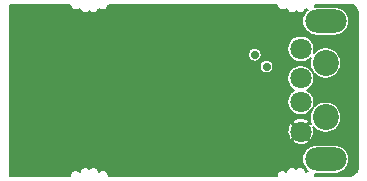
<source format=gbr>
%TF.GenerationSoftware,KiCad,Pcbnew,5.1.9+dfsg1-1*%
%TF.CreationDate,2021-07-11T15:28:01+08:00*%
%TF.ProjectId,stlink,73746c69-6e6b-42e6-9b69-6361645f7063,a*%
%TF.SameCoordinates,Original*%
%TF.FileFunction,Copper,L3,Inr*%
%TF.FilePolarity,Positive*%
%FSLAX46Y46*%
G04 Gerber Fmt 4.6, Leading zero omitted, Abs format (unit mm)*
G04 Created by KiCad (PCBNEW 5.1.9+dfsg1-1) date 2021-07-11 15:28:01*
%MOMM*%
%LPD*%
G01*
G04 APERTURE LIST*
%TA.AperFunction,ComponentPad*%
%ADD10C,1.800000*%
%TD*%
%TA.AperFunction,ComponentPad*%
%ADD11C,2.200000*%
%TD*%
%TA.AperFunction,ComponentPad*%
%ADD12O,3.500000X2.000000*%
%TD*%
%TA.AperFunction,ViaPad*%
%ADD13C,0.700000*%
%TD*%
%TA.AperFunction,Conductor*%
%ADD14C,0.152400*%
%TD*%
%TA.AperFunction,Conductor*%
%ADD15C,0.100000*%
%TD*%
G04 APERTURE END LIST*
D10*
%TO.N,VBUS*%
%TO.C,J1*%
X134900000Y-86500000D03*
%TO.N,D-*%
X134900000Y-89000000D03*
%TO.N,D+*%
X134900000Y-91000000D03*
%TO.N,GND*%
X134900000Y-93500000D03*
D11*
%TO.N,Net-(J1-Pad5)*%
X137000000Y-87700000D03*
X137000000Y-92300000D03*
D12*
X137000000Y-84150000D03*
X137000000Y-95850000D03*
%TD*%
D13*
%TO.N,GND*%
X115750000Y-87500000D03*
X132000000Y-86000000D03*
%TO.N,+3V3*%
X131000000Y-87000000D03*
X132000000Y-88000000D03*
%TD*%
D14*
%TO.N,GND*%
X115371400Y-82797138D02*
X115389792Y-82889603D01*
X115425870Y-82976702D01*
X115478247Y-83055090D01*
X115544910Y-83121753D01*
X115623298Y-83174130D01*
X115710397Y-83210208D01*
X115802862Y-83228600D01*
X115897138Y-83228600D01*
X115989603Y-83210208D01*
X116076702Y-83174130D01*
X116155090Y-83121753D01*
X116181073Y-83095770D01*
X116189792Y-83139603D01*
X116225870Y-83226702D01*
X116278247Y-83305090D01*
X116344910Y-83371753D01*
X116423298Y-83424130D01*
X116510397Y-83460208D01*
X116602862Y-83478600D01*
X116697138Y-83478600D01*
X116789603Y-83460208D01*
X116876702Y-83424130D01*
X116955090Y-83371753D01*
X117000000Y-83326843D01*
X117044910Y-83371753D01*
X117123298Y-83424130D01*
X117210397Y-83460208D01*
X117302862Y-83478600D01*
X117397138Y-83478600D01*
X117489603Y-83460208D01*
X117576702Y-83424130D01*
X117655090Y-83371753D01*
X117721753Y-83305090D01*
X117774130Y-83226702D01*
X117810208Y-83139603D01*
X117818927Y-83095770D01*
X117844910Y-83121753D01*
X117923298Y-83174130D01*
X118010397Y-83210208D01*
X118102862Y-83228600D01*
X118197138Y-83228600D01*
X118289603Y-83210208D01*
X118376702Y-83174130D01*
X118455090Y-83121753D01*
X118521753Y-83055090D01*
X118574130Y-82976702D01*
X118610208Y-82889603D01*
X118628600Y-82797138D01*
X118628600Y-82753600D01*
X132871400Y-82753600D01*
X132871400Y-82797138D01*
X132889792Y-82889603D01*
X132925870Y-82976702D01*
X132978247Y-83055090D01*
X133044910Y-83121753D01*
X133123298Y-83174130D01*
X133210397Y-83210208D01*
X133302862Y-83228600D01*
X133397138Y-83228600D01*
X133489603Y-83210208D01*
X133576702Y-83174130D01*
X133655090Y-83121753D01*
X133681073Y-83095770D01*
X133689792Y-83139603D01*
X133725870Y-83226702D01*
X133778247Y-83305090D01*
X133844910Y-83371753D01*
X133923298Y-83424130D01*
X134010397Y-83460208D01*
X134102862Y-83478600D01*
X134197138Y-83478600D01*
X134289603Y-83460208D01*
X134376702Y-83424130D01*
X134455090Y-83371753D01*
X134500000Y-83326843D01*
X134544910Y-83371753D01*
X134623298Y-83424130D01*
X134710397Y-83460208D01*
X134802862Y-83478600D01*
X134897138Y-83478600D01*
X134989603Y-83460208D01*
X135076702Y-83424130D01*
X135155090Y-83371753D01*
X135221753Y-83305090D01*
X135274130Y-83226702D01*
X135310208Y-83139603D01*
X135318927Y-83095770D01*
X135344910Y-83121753D01*
X135423298Y-83174130D01*
X135475899Y-83195918D01*
X135377046Y-83277046D01*
X135223514Y-83464124D01*
X135109430Y-83677560D01*
X135039177Y-83909152D01*
X135015456Y-84150000D01*
X135039177Y-84390848D01*
X135109430Y-84622440D01*
X135223514Y-84835876D01*
X135377046Y-85022954D01*
X135564124Y-85176486D01*
X135777560Y-85290570D01*
X136009152Y-85360823D01*
X136189648Y-85378600D01*
X137810352Y-85378600D01*
X137990848Y-85360823D01*
X138222440Y-85290570D01*
X138435876Y-85176486D01*
X138622954Y-85022954D01*
X138776486Y-84835876D01*
X138890570Y-84622440D01*
X138960823Y-84390848D01*
X138984544Y-84150000D01*
X138960823Y-83909152D01*
X138890570Y-83677560D01*
X138776486Y-83464124D01*
X138622954Y-83277046D01*
X138435876Y-83123514D01*
X138222440Y-83009430D01*
X137990848Y-82939177D01*
X137810352Y-82921400D01*
X136189648Y-82921400D01*
X136093098Y-82930909D01*
X136110208Y-82889603D01*
X136128600Y-82797138D01*
X136128600Y-82753600D01*
X138987593Y-82753600D01*
X139144744Y-82769009D01*
X139283964Y-82811042D01*
X139412378Y-82879320D01*
X139525083Y-82971240D01*
X139617786Y-83083299D01*
X139686957Y-83211228D01*
X139729963Y-83350160D01*
X139746400Y-83506541D01*
X139746401Y-96487583D01*
X139730991Y-96644742D01*
X139688957Y-96783968D01*
X139620679Y-96912379D01*
X139528760Y-97025083D01*
X139416701Y-97117786D01*
X139288772Y-97186957D01*
X139149840Y-97229963D01*
X138993459Y-97246400D01*
X136128600Y-97246400D01*
X136128600Y-97202862D01*
X136110208Y-97110397D01*
X136093098Y-97069091D01*
X136189648Y-97078600D01*
X137810352Y-97078600D01*
X137990848Y-97060823D01*
X138222440Y-96990570D01*
X138435876Y-96876486D01*
X138622954Y-96722954D01*
X138776486Y-96535876D01*
X138890570Y-96322440D01*
X138960823Y-96090848D01*
X138984544Y-95850000D01*
X138960823Y-95609152D01*
X138890570Y-95377560D01*
X138776486Y-95164124D01*
X138622954Y-94977046D01*
X138435876Y-94823514D01*
X138222440Y-94709430D01*
X137990848Y-94639177D01*
X137810352Y-94621400D01*
X136189648Y-94621400D01*
X136009152Y-94639177D01*
X135777560Y-94709430D01*
X135564124Y-94823514D01*
X135377046Y-94977046D01*
X135223514Y-95164124D01*
X135109430Y-95377560D01*
X135039177Y-95609152D01*
X135015456Y-95850000D01*
X135039177Y-96090848D01*
X135109430Y-96322440D01*
X135223514Y-96535876D01*
X135377046Y-96722954D01*
X135475899Y-96804082D01*
X135423298Y-96825870D01*
X135344910Y-96878247D01*
X135318927Y-96904230D01*
X135310208Y-96860397D01*
X135274130Y-96773298D01*
X135221753Y-96694910D01*
X135155090Y-96628247D01*
X135076702Y-96575870D01*
X134989603Y-96539792D01*
X134897138Y-96521400D01*
X134802862Y-96521400D01*
X134710397Y-96539792D01*
X134623298Y-96575870D01*
X134544910Y-96628247D01*
X134500000Y-96673157D01*
X134455090Y-96628247D01*
X134376702Y-96575870D01*
X134289603Y-96539792D01*
X134197138Y-96521400D01*
X134102862Y-96521400D01*
X134010397Y-96539792D01*
X133923298Y-96575870D01*
X133844910Y-96628247D01*
X133778247Y-96694910D01*
X133725870Y-96773298D01*
X133689792Y-96860397D01*
X133681073Y-96904230D01*
X133655090Y-96878247D01*
X133576702Y-96825870D01*
X133489603Y-96789792D01*
X133397138Y-96771400D01*
X133302862Y-96771400D01*
X133210397Y-96789792D01*
X133123298Y-96825870D01*
X133044910Y-96878247D01*
X132978247Y-96944910D01*
X132925870Y-97023298D01*
X132889792Y-97110397D01*
X132871400Y-97202862D01*
X132871400Y-97246400D01*
X118628600Y-97246400D01*
X118628600Y-97202862D01*
X118610208Y-97110397D01*
X118574130Y-97023298D01*
X118521753Y-96944910D01*
X118455090Y-96878247D01*
X118376702Y-96825870D01*
X118289603Y-96789792D01*
X118197138Y-96771400D01*
X118102862Y-96771400D01*
X118010397Y-96789792D01*
X117923298Y-96825870D01*
X117844910Y-96878247D01*
X117818927Y-96904230D01*
X117810208Y-96860397D01*
X117774130Y-96773298D01*
X117721753Y-96694910D01*
X117655090Y-96628247D01*
X117576702Y-96575870D01*
X117489603Y-96539792D01*
X117397138Y-96521400D01*
X117302862Y-96521400D01*
X117210397Y-96539792D01*
X117123298Y-96575870D01*
X117044910Y-96628247D01*
X117000000Y-96673157D01*
X116955090Y-96628247D01*
X116876702Y-96575870D01*
X116789603Y-96539792D01*
X116697138Y-96521400D01*
X116602862Y-96521400D01*
X116510397Y-96539792D01*
X116423298Y-96575870D01*
X116344910Y-96628247D01*
X116278247Y-96694910D01*
X116225870Y-96773298D01*
X116189792Y-96860397D01*
X116181073Y-96904230D01*
X116155090Y-96878247D01*
X116076702Y-96825870D01*
X115989603Y-96789792D01*
X115897138Y-96771400D01*
X115802862Y-96771400D01*
X115710397Y-96789792D01*
X115623298Y-96825870D01*
X115544910Y-96878247D01*
X115478247Y-96944910D01*
X115425870Y-97023298D01*
X115389792Y-97110397D01*
X115371400Y-97202862D01*
X115371400Y-97246400D01*
X110253600Y-97246400D01*
X110253600Y-94313464D01*
X134194299Y-94313464D01*
X134296569Y-94460190D01*
X134495488Y-94559464D01*
X134709952Y-94618023D01*
X134931719Y-94633617D01*
X135152267Y-94605647D01*
X135363121Y-94535187D01*
X135503431Y-94460190D01*
X135605701Y-94313464D01*
X134900000Y-93607763D01*
X134194299Y-94313464D01*
X110253600Y-94313464D01*
X110253600Y-93531719D01*
X133766383Y-93531719D01*
X133794353Y-93752267D01*
X133864813Y-93963121D01*
X133939810Y-94103431D01*
X134086536Y-94205701D01*
X134792237Y-93500000D01*
X135007763Y-93500000D01*
X135713464Y-94205701D01*
X135860190Y-94103431D01*
X135959464Y-93904512D01*
X136018023Y-93690048D01*
X136033617Y-93468281D01*
X136005647Y-93247733D01*
X135973948Y-93152872D01*
X136153067Y-93331991D01*
X136370672Y-93477390D01*
X136612462Y-93577543D01*
X136869144Y-93628600D01*
X137130856Y-93628600D01*
X137387538Y-93577543D01*
X137629328Y-93477390D01*
X137846933Y-93331991D01*
X138031991Y-93146933D01*
X138177390Y-92929328D01*
X138277543Y-92687538D01*
X138328600Y-92430856D01*
X138328600Y-92169144D01*
X138277543Y-91912462D01*
X138177390Y-91670672D01*
X138031991Y-91453067D01*
X137846933Y-91268009D01*
X137629328Y-91122610D01*
X137387538Y-91022457D01*
X137130856Y-90971400D01*
X136869144Y-90971400D01*
X136612462Y-91022457D01*
X136370672Y-91122610D01*
X136153067Y-91268009D01*
X135968009Y-91453067D01*
X135822610Y-91670672D01*
X135722457Y-91912462D01*
X135671400Y-92169144D01*
X135671400Y-92430856D01*
X135722457Y-92687538D01*
X135788279Y-92846446D01*
X135713464Y-92794299D01*
X135007763Y-93500000D01*
X134792237Y-93500000D01*
X134086536Y-92794299D01*
X133939810Y-92896569D01*
X133840536Y-93095488D01*
X133781977Y-93309952D01*
X133766383Y-93531719D01*
X110253600Y-93531719D01*
X110253600Y-92686536D01*
X134194299Y-92686536D01*
X134900000Y-93392237D01*
X135605701Y-92686536D01*
X135503431Y-92539810D01*
X135304512Y-92440536D01*
X135090048Y-92381977D01*
X134868281Y-92366383D01*
X134647733Y-92394353D01*
X134436879Y-92464813D01*
X134296569Y-92539810D01*
X134194299Y-92686536D01*
X110253600Y-92686536D01*
X110253600Y-88888843D01*
X133771400Y-88888843D01*
X133771400Y-89111157D01*
X133814771Y-89329201D01*
X133899847Y-89534593D01*
X134023359Y-89719441D01*
X134180559Y-89876641D01*
X134365178Y-90000000D01*
X134180559Y-90123359D01*
X134023359Y-90280559D01*
X133899847Y-90465407D01*
X133814771Y-90670799D01*
X133771400Y-90888843D01*
X133771400Y-91111157D01*
X133814771Y-91329201D01*
X133899847Y-91534593D01*
X134023359Y-91719441D01*
X134180559Y-91876641D01*
X134365407Y-92000153D01*
X134570799Y-92085229D01*
X134788843Y-92128600D01*
X135011157Y-92128600D01*
X135229201Y-92085229D01*
X135434593Y-92000153D01*
X135619441Y-91876641D01*
X135776641Y-91719441D01*
X135900153Y-91534593D01*
X135985229Y-91329201D01*
X136028600Y-91111157D01*
X136028600Y-90888843D01*
X135985229Y-90670799D01*
X135900153Y-90465407D01*
X135776641Y-90280559D01*
X135619441Y-90123359D01*
X135434822Y-90000000D01*
X135619441Y-89876641D01*
X135776641Y-89719441D01*
X135900153Y-89534593D01*
X135985229Y-89329201D01*
X136028600Y-89111157D01*
X136028600Y-88888843D01*
X135985229Y-88670799D01*
X135900153Y-88465407D01*
X135776641Y-88280559D01*
X135619441Y-88123359D01*
X135434593Y-87999847D01*
X135229201Y-87914771D01*
X135011157Y-87871400D01*
X134788843Y-87871400D01*
X134570799Y-87914771D01*
X134365407Y-87999847D01*
X134180559Y-88123359D01*
X134023359Y-88280559D01*
X133899847Y-88465407D01*
X133814771Y-88670799D01*
X133771400Y-88888843D01*
X110253600Y-88888843D01*
X110253600Y-87943013D01*
X131421400Y-87943013D01*
X131421400Y-88056987D01*
X131443635Y-88168772D01*
X131487251Y-88274070D01*
X131550572Y-88368836D01*
X131631164Y-88449428D01*
X131725930Y-88512749D01*
X131831228Y-88556365D01*
X131943013Y-88578600D01*
X132056987Y-88578600D01*
X132168772Y-88556365D01*
X132274070Y-88512749D01*
X132368836Y-88449428D01*
X132449428Y-88368836D01*
X132512749Y-88274070D01*
X132556365Y-88168772D01*
X132578600Y-88056987D01*
X132578600Y-87943013D01*
X132556365Y-87831228D01*
X132512749Y-87725930D01*
X132449428Y-87631164D01*
X132368836Y-87550572D01*
X132274070Y-87487251D01*
X132168772Y-87443635D01*
X132056987Y-87421400D01*
X131943013Y-87421400D01*
X131831228Y-87443635D01*
X131725930Y-87487251D01*
X131631164Y-87550572D01*
X131550572Y-87631164D01*
X131487251Y-87725930D01*
X131443635Y-87831228D01*
X131421400Y-87943013D01*
X110253600Y-87943013D01*
X110253600Y-86943013D01*
X130421400Y-86943013D01*
X130421400Y-87056987D01*
X130443635Y-87168772D01*
X130487251Y-87274070D01*
X130550572Y-87368836D01*
X130631164Y-87449428D01*
X130725930Y-87512749D01*
X130831228Y-87556365D01*
X130943013Y-87578600D01*
X131056987Y-87578600D01*
X131168772Y-87556365D01*
X131274070Y-87512749D01*
X131368836Y-87449428D01*
X131449428Y-87368836D01*
X131512749Y-87274070D01*
X131556365Y-87168772D01*
X131578600Y-87056987D01*
X131578600Y-86943013D01*
X131556365Y-86831228D01*
X131512749Y-86725930D01*
X131449428Y-86631164D01*
X131368836Y-86550572D01*
X131274070Y-86487251D01*
X131168772Y-86443635D01*
X131056987Y-86421400D01*
X130943013Y-86421400D01*
X130831228Y-86443635D01*
X130725930Y-86487251D01*
X130631164Y-86550572D01*
X130550572Y-86631164D01*
X130487251Y-86725930D01*
X130443635Y-86831228D01*
X130421400Y-86943013D01*
X110253600Y-86943013D01*
X110253600Y-86388843D01*
X133771400Y-86388843D01*
X133771400Y-86611157D01*
X133814771Y-86829201D01*
X133899847Y-87034593D01*
X134023359Y-87219441D01*
X134180559Y-87376641D01*
X134365407Y-87500153D01*
X134570799Y-87585229D01*
X134788843Y-87628600D01*
X135011157Y-87628600D01*
X135229201Y-87585229D01*
X135434593Y-87500153D01*
X135619441Y-87376641D01*
X135749919Y-87246163D01*
X135722457Y-87312462D01*
X135671400Y-87569144D01*
X135671400Y-87830856D01*
X135722457Y-88087538D01*
X135822610Y-88329328D01*
X135968009Y-88546933D01*
X136153067Y-88731991D01*
X136370672Y-88877390D01*
X136612462Y-88977543D01*
X136869144Y-89028600D01*
X137130856Y-89028600D01*
X137387538Y-88977543D01*
X137629328Y-88877390D01*
X137846933Y-88731991D01*
X138031991Y-88546933D01*
X138177390Y-88329328D01*
X138277543Y-88087538D01*
X138328600Y-87830856D01*
X138328600Y-87569144D01*
X138277543Y-87312462D01*
X138177390Y-87070672D01*
X138031991Y-86853067D01*
X137846933Y-86668009D01*
X137629328Y-86522610D01*
X137387538Y-86422457D01*
X137130856Y-86371400D01*
X136869144Y-86371400D01*
X136612462Y-86422457D01*
X136370672Y-86522610D01*
X136153067Y-86668009D01*
X135980530Y-86840546D01*
X135985229Y-86829201D01*
X136028600Y-86611157D01*
X136028600Y-86388843D01*
X135985229Y-86170799D01*
X135900153Y-85965407D01*
X135776641Y-85780559D01*
X135619441Y-85623359D01*
X135434593Y-85499847D01*
X135229201Y-85414771D01*
X135011157Y-85371400D01*
X134788843Y-85371400D01*
X134570799Y-85414771D01*
X134365407Y-85499847D01*
X134180559Y-85623359D01*
X134023359Y-85780559D01*
X133899847Y-85965407D01*
X133814771Y-86170799D01*
X133771400Y-86388843D01*
X110253600Y-86388843D01*
X110253600Y-82753600D01*
X115371400Y-82753600D01*
X115371400Y-82797138D01*
%TA.AperFunction,Conductor*%
D15*
G36*
X115371400Y-82797138D02*
G01*
X115389792Y-82889603D01*
X115425870Y-82976702D01*
X115478247Y-83055090D01*
X115544910Y-83121753D01*
X115623298Y-83174130D01*
X115710397Y-83210208D01*
X115802862Y-83228600D01*
X115897138Y-83228600D01*
X115989603Y-83210208D01*
X116076702Y-83174130D01*
X116155090Y-83121753D01*
X116181073Y-83095770D01*
X116189792Y-83139603D01*
X116225870Y-83226702D01*
X116278247Y-83305090D01*
X116344910Y-83371753D01*
X116423298Y-83424130D01*
X116510397Y-83460208D01*
X116602862Y-83478600D01*
X116697138Y-83478600D01*
X116789603Y-83460208D01*
X116876702Y-83424130D01*
X116955090Y-83371753D01*
X117000000Y-83326843D01*
X117044910Y-83371753D01*
X117123298Y-83424130D01*
X117210397Y-83460208D01*
X117302862Y-83478600D01*
X117397138Y-83478600D01*
X117489603Y-83460208D01*
X117576702Y-83424130D01*
X117655090Y-83371753D01*
X117721753Y-83305090D01*
X117774130Y-83226702D01*
X117810208Y-83139603D01*
X117818927Y-83095770D01*
X117844910Y-83121753D01*
X117923298Y-83174130D01*
X118010397Y-83210208D01*
X118102862Y-83228600D01*
X118197138Y-83228600D01*
X118289603Y-83210208D01*
X118376702Y-83174130D01*
X118455090Y-83121753D01*
X118521753Y-83055090D01*
X118574130Y-82976702D01*
X118610208Y-82889603D01*
X118628600Y-82797138D01*
X118628600Y-82753600D01*
X132871400Y-82753600D01*
X132871400Y-82797138D01*
X132889792Y-82889603D01*
X132925870Y-82976702D01*
X132978247Y-83055090D01*
X133044910Y-83121753D01*
X133123298Y-83174130D01*
X133210397Y-83210208D01*
X133302862Y-83228600D01*
X133397138Y-83228600D01*
X133489603Y-83210208D01*
X133576702Y-83174130D01*
X133655090Y-83121753D01*
X133681073Y-83095770D01*
X133689792Y-83139603D01*
X133725870Y-83226702D01*
X133778247Y-83305090D01*
X133844910Y-83371753D01*
X133923298Y-83424130D01*
X134010397Y-83460208D01*
X134102862Y-83478600D01*
X134197138Y-83478600D01*
X134289603Y-83460208D01*
X134376702Y-83424130D01*
X134455090Y-83371753D01*
X134500000Y-83326843D01*
X134544910Y-83371753D01*
X134623298Y-83424130D01*
X134710397Y-83460208D01*
X134802862Y-83478600D01*
X134897138Y-83478600D01*
X134989603Y-83460208D01*
X135076702Y-83424130D01*
X135155090Y-83371753D01*
X135221753Y-83305090D01*
X135274130Y-83226702D01*
X135310208Y-83139603D01*
X135318927Y-83095770D01*
X135344910Y-83121753D01*
X135423298Y-83174130D01*
X135475899Y-83195918D01*
X135377046Y-83277046D01*
X135223514Y-83464124D01*
X135109430Y-83677560D01*
X135039177Y-83909152D01*
X135015456Y-84150000D01*
X135039177Y-84390848D01*
X135109430Y-84622440D01*
X135223514Y-84835876D01*
X135377046Y-85022954D01*
X135564124Y-85176486D01*
X135777560Y-85290570D01*
X136009152Y-85360823D01*
X136189648Y-85378600D01*
X137810352Y-85378600D01*
X137990848Y-85360823D01*
X138222440Y-85290570D01*
X138435876Y-85176486D01*
X138622954Y-85022954D01*
X138776486Y-84835876D01*
X138890570Y-84622440D01*
X138960823Y-84390848D01*
X138984544Y-84150000D01*
X138960823Y-83909152D01*
X138890570Y-83677560D01*
X138776486Y-83464124D01*
X138622954Y-83277046D01*
X138435876Y-83123514D01*
X138222440Y-83009430D01*
X137990848Y-82939177D01*
X137810352Y-82921400D01*
X136189648Y-82921400D01*
X136093098Y-82930909D01*
X136110208Y-82889603D01*
X136128600Y-82797138D01*
X136128600Y-82753600D01*
X138987593Y-82753600D01*
X139144744Y-82769009D01*
X139283964Y-82811042D01*
X139412378Y-82879320D01*
X139525083Y-82971240D01*
X139617786Y-83083299D01*
X139686957Y-83211228D01*
X139729963Y-83350160D01*
X139746400Y-83506541D01*
X139746401Y-96487583D01*
X139730991Y-96644742D01*
X139688957Y-96783968D01*
X139620679Y-96912379D01*
X139528760Y-97025083D01*
X139416701Y-97117786D01*
X139288772Y-97186957D01*
X139149840Y-97229963D01*
X138993459Y-97246400D01*
X136128600Y-97246400D01*
X136128600Y-97202862D01*
X136110208Y-97110397D01*
X136093098Y-97069091D01*
X136189648Y-97078600D01*
X137810352Y-97078600D01*
X137990848Y-97060823D01*
X138222440Y-96990570D01*
X138435876Y-96876486D01*
X138622954Y-96722954D01*
X138776486Y-96535876D01*
X138890570Y-96322440D01*
X138960823Y-96090848D01*
X138984544Y-95850000D01*
X138960823Y-95609152D01*
X138890570Y-95377560D01*
X138776486Y-95164124D01*
X138622954Y-94977046D01*
X138435876Y-94823514D01*
X138222440Y-94709430D01*
X137990848Y-94639177D01*
X137810352Y-94621400D01*
X136189648Y-94621400D01*
X136009152Y-94639177D01*
X135777560Y-94709430D01*
X135564124Y-94823514D01*
X135377046Y-94977046D01*
X135223514Y-95164124D01*
X135109430Y-95377560D01*
X135039177Y-95609152D01*
X135015456Y-95850000D01*
X135039177Y-96090848D01*
X135109430Y-96322440D01*
X135223514Y-96535876D01*
X135377046Y-96722954D01*
X135475899Y-96804082D01*
X135423298Y-96825870D01*
X135344910Y-96878247D01*
X135318927Y-96904230D01*
X135310208Y-96860397D01*
X135274130Y-96773298D01*
X135221753Y-96694910D01*
X135155090Y-96628247D01*
X135076702Y-96575870D01*
X134989603Y-96539792D01*
X134897138Y-96521400D01*
X134802862Y-96521400D01*
X134710397Y-96539792D01*
X134623298Y-96575870D01*
X134544910Y-96628247D01*
X134500000Y-96673157D01*
X134455090Y-96628247D01*
X134376702Y-96575870D01*
X134289603Y-96539792D01*
X134197138Y-96521400D01*
X134102862Y-96521400D01*
X134010397Y-96539792D01*
X133923298Y-96575870D01*
X133844910Y-96628247D01*
X133778247Y-96694910D01*
X133725870Y-96773298D01*
X133689792Y-96860397D01*
X133681073Y-96904230D01*
X133655090Y-96878247D01*
X133576702Y-96825870D01*
X133489603Y-96789792D01*
X133397138Y-96771400D01*
X133302862Y-96771400D01*
X133210397Y-96789792D01*
X133123298Y-96825870D01*
X133044910Y-96878247D01*
X132978247Y-96944910D01*
X132925870Y-97023298D01*
X132889792Y-97110397D01*
X132871400Y-97202862D01*
X132871400Y-97246400D01*
X118628600Y-97246400D01*
X118628600Y-97202862D01*
X118610208Y-97110397D01*
X118574130Y-97023298D01*
X118521753Y-96944910D01*
X118455090Y-96878247D01*
X118376702Y-96825870D01*
X118289603Y-96789792D01*
X118197138Y-96771400D01*
X118102862Y-96771400D01*
X118010397Y-96789792D01*
X117923298Y-96825870D01*
X117844910Y-96878247D01*
X117818927Y-96904230D01*
X117810208Y-96860397D01*
X117774130Y-96773298D01*
X117721753Y-96694910D01*
X117655090Y-96628247D01*
X117576702Y-96575870D01*
X117489603Y-96539792D01*
X117397138Y-96521400D01*
X117302862Y-96521400D01*
X117210397Y-96539792D01*
X117123298Y-96575870D01*
X117044910Y-96628247D01*
X117000000Y-96673157D01*
X116955090Y-96628247D01*
X116876702Y-96575870D01*
X116789603Y-96539792D01*
X116697138Y-96521400D01*
X116602862Y-96521400D01*
X116510397Y-96539792D01*
X116423298Y-96575870D01*
X116344910Y-96628247D01*
X116278247Y-96694910D01*
X116225870Y-96773298D01*
X116189792Y-96860397D01*
X116181073Y-96904230D01*
X116155090Y-96878247D01*
X116076702Y-96825870D01*
X115989603Y-96789792D01*
X115897138Y-96771400D01*
X115802862Y-96771400D01*
X115710397Y-96789792D01*
X115623298Y-96825870D01*
X115544910Y-96878247D01*
X115478247Y-96944910D01*
X115425870Y-97023298D01*
X115389792Y-97110397D01*
X115371400Y-97202862D01*
X115371400Y-97246400D01*
X110253600Y-97246400D01*
X110253600Y-94313464D01*
X134194299Y-94313464D01*
X134296569Y-94460190D01*
X134495488Y-94559464D01*
X134709952Y-94618023D01*
X134931719Y-94633617D01*
X135152267Y-94605647D01*
X135363121Y-94535187D01*
X135503431Y-94460190D01*
X135605701Y-94313464D01*
X134900000Y-93607763D01*
X134194299Y-94313464D01*
X110253600Y-94313464D01*
X110253600Y-93531719D01*
X133766383Y-93531719D01*
X133794353Y-93752267D01*
X133864813Y-93963121D01*
X133939810Y-94103431D01*
X134086536Y-94205701D01*
X134792237Y-93500000D01*
X135007763Y-93500000D01*
X135713464Y-94205701D01*
X135860190Y-94103431D01*
X135959464Y-93904512D01*
X136018023Y-93690048D01*
X136033617Y-93468281D01*
X136005647Y-93247733D01*
X135973948Y-93152872D01*
X136153067Y-93331991D01*
X136370672Y-93477390D01*
X136612462Y-93577543D01*
X136869144Y-93628600D01*
X137130856Y-93628600D01*
X137387538Y-93577543D01*
X137629328Y-93477390D01*
X137846933Y-93331991D01*
X138031991Y-93146933D01*
X138177390Y-92929328D01*
X138277543Y-92687538D01*
X138328600Y-92430856D01*
X138328600Y-92169144D01*
X138277543Y-91912462D01*
X138177390Y-91670672D01*
X138031991Y-91453067D01*
X137846933Y-91268009D01*
X137629328Y-91122610D01*
X137387538Y-91022457D01*
X137130856Y-90971400D01*
X136869144Y-90971400D01*
X136612462Y-91022457D01*
X136370672Y-91122610D01*
X136153067Y-91268009D01*
X135968009Y-91453067D01*
X135822610Y-91670672D01*
X135722457Y-91912462D01*
X135671400Y-92169144D01*
X135671400Y-92430856D01*
X135722457Y-92687538D01*
X135788279Y-92846446D01*
X135713464Y-92794299D01*
X135007763Y-93500000D01*
X134792237Y-93500000D01*
X134086536Y-92794299D01*
X133939810Y-92896569D01*
X133840536Y-93095488D01*
X133781977Y-93309952D01*
X133766383Y-93531719D01*
X110253600Y-93531719D01*
X110253600Y-92686536D01*
X134194299Y-92686536D01*
X134900000Y-93392237D01*
X135605701Y-92686536D01*
X135503431Y-92539810D01*
X135304512Y-92440536D01*
X135090048Y-92381977D01*
X134868281Y-92366383D01*
X134647733Y-92394353D01*
X134436879Y-92464813D01*
X134296569Y-92539810D01*
X134194299Y-92686536D01*
X110253600Y-92686536D01*
X110253600Y-88888843D01*
X133771400Y-88888843D01*
X133771400Y-89111157D01*
X133814771Y-89329201D01*
X133899847Y-89534593D01*
X134023359Y-89719441D01*
X134180559Y-89876641D01*
X134365178Y-90000000D01*
X134180559Y-90123359D01*
X134023359Y-90280559D01*
X133899847Y-90465407D01*
X133814771Y-90670799D01*
X133771400Y-90888843D01*
X133771400Y-91111157D01*
X133814771Y-91329201D01*
X133899847Y-91534593D01*
X134023359Y-91719441D01*
X134180559Y-91876641D01*
X134365407Y-92000153D01*
X134570799Y-92085229D01*
X134788843Y-92128600D01*
X135011157Y-92128600D01*
X135229201Y-92085229D01*
X135434593Y-92000153D01*
X135619441Y-91876641D01*
X135776641Y-91719441D01*
X135900153Y-91534593D01*
X135985229Y-91329201D01*
X136028600Y-91111157D01*
X136028600Y-90888843D01*
X135985229Y-90670799D01*
X135900153Y-90465407D01*
X135776641Y-90280559D01*
X135619441Y-90123359D01*
X135434822Y-90000000D01*
X135619441Y-89876641D01*
X135776641Y-89719441D01*
X135900153Y-89534593D01*
X135985229Y-89329201D01*
X136028600Y-89111157D01*
X136028600Y-88888843D01*
X135985229Y-88670799D01*
X135900153Y-88465407D01*
X135776641Y-88280559D01*
X135619441Y-88123359D01*
X135434593Y-87999847D01*
X135229201Y-87914771D01*
X135011157Y-87871400D01*
X134788843Y-87871400D01*
X134570799Y-87914771D01*
X134365407Y-87999847D01*
X134180559Y-88123359D01*
X134023359Y-88280559D01*
X133899847Y-88465407D01*
X133814771Y-88670799D01*
X133771400Y-88888843D01*
X110253600Y-88888843D01*
X110253600Y-87943013D01*
X131421400Y-87943013D01*
X131421400Y-88056987D01*
X131443635Y-88168772D01*
X131487251Y-88274070D01*
X131550572Y-88368836D01*
X131631164Y-88449428D01*
X131725930Y-88512749D01*
X131831228Y-88556365D01*
X131943013Y-88578600D01*
X132056987Y-88578600D01*
X132168772Y-88556365D01*
X132274070Y-88512749D01*
X132368836Y-88449428D01*
X132449428Y-88368836D01*
X132512749Y-88274070D01*
X132556365Y-88168772D01*
X132578600Y-88056987D01*
X132578600Y-87943013D01*
X132556365Y-87831228D01*
X132512749Y-87725930D01*
X132449428Y-87631164D01*
X132368836Y-87550572D01*
X132274070Y-87487251D01*
X132168772Y-87443635D01*
X132056987Y-87421400D01*
X131943013Y-87421400D01*
X131831228Y-87443635D01*
X131725930Y-87487251D01*
X131631164Y-87550572D01*
X131550572Y-87631164D01*
X131487251Y-87725930D01*
X131443635Y-87831228D01*
X131421400Y-87943013D01*
X110253600Y-87943013D01*
X110253600Y-86943013D01*
X130421400Y-86943013D01*
X130421400Y-87056987D01*
X130443635Y-87168772D01*
X130487251Y-87274070D01*
X130550572Y-87368836D01*
X130631164Y-87449428D01*
X130725930Y-87512749D01*
X130831228Y-87556365D01*
X130943013Y-87578600D01*
X131056987Y-87578600D01*
X131168772Y-87556365D01*
X131274070Y-87512749D01*
X131368836Y-87449428D01*
X131449428Y-87368836D01*
X131512749Y-87274070D01*
X131556365Y-87168772D01*
X131578600Y-87056987D01*
X131578600Y-86943013D01*
X131556365Y-86831228D01*
X131512749Y-86725930D01*
X131449428Y-86631164D01*
X131368836Y-86550572D01*
X131274070Y-86487251D01*
X131168772Y-86443635D01*
X131056987Y-86421400D01*
X130943013Y-86421400D01*
X130831228Y-86443635D01*
X130725930Y-86487251D01*
X130631164Y-86550572D01*
X130550572Y-86631164D01*
X130487251Y-86725930D01*
X130443635Y-86831228D01*
X130421400Y-86943013D01*
X110253600Y-86943013D01*
X110253600Y-86388843D01*
X133771400Y-86388843D01*
X133771400Y-86611157D01*
X133814771Y-86829201D01*
X133899847Y-87034593D01*
X134023359Y-87219441D01*
X134180559Y-87376641D01*
X134365407Y-87500153D01*
X134570799Y-87585229D01*
X134788843Y-87628600D01*
X135011157Y-87628600D01*
X135229201Y-87585229D01*
X135434593Y-87500153D01*
X135619441Y-87376641D01*
X135749919Y-87246163D01*
X135722457Y-87312462D01*
X135671400Y-87569144D01*
X135671400Y-87830856D01*
X135722457Y-88087538D01*
X135822610Y-88329328D01*
X135968009Y-88546933D01*
X136153067Y-88731991D01*
X136370672Y-88877390D01*
X136612462Y-88977543D01*
X136869144Y-89028600D01*
X137130856Y-89028600D01*
X137387538Y-88977543D01*
X137629328Y-88877390D01*
X137846933Y-88731991D01*
X138031991Y-88546933D01*
X138177390Y-88329328D01*
X138277543Y-88087538D01*
X138328600Y-87830856D01*
X138328600Y-87569144D01*
X138277543Y-87312462D01*
X138177390Y-87070672D01*
X138031991Y-86853067D01*
X137846933Y-86668009D01*
X137629328Y-86522610D01*
X137387538Y-86422457D01*
X137130856Y-86371400D01*
X136869144Y-86371400D01*
X136612462Y-86422457D01*
X136370672Y-86522610D01*
X136153067Y-86668009D01*
X135980530Y-86840546D01*
X135985229Y-86829201D01*
X136028600Y-86611157D01*
X136028600Y-86388843D01*
X135985229Y-86170799D01*
X135900153Y-85965407D01*
X135776641Y-85780559D01*
X135619441Y-85623359D01*
X135434593Y-85499847D01*
X135229201Y-85414771D01*
X135011157Y-85371400D01*
X134788843Y-85371400D01*
X134570799Y-85414771D01*
X134365407Y-85499847D01*
X134180559Y-85623359D01*
X134023359Y-85780559D01*
X133899847Y-85965407D01*
X133814771Y-86170799D01*
X133771400Y-86388843D01*
X110253600Y-86388843D01*
X110253600Y-82753600D01*
X115371400Y-82753600D01*
X115371400Y-82797138D01*
G37*
%TD.AperFunction*%
%TD*%
M02*

</source>
